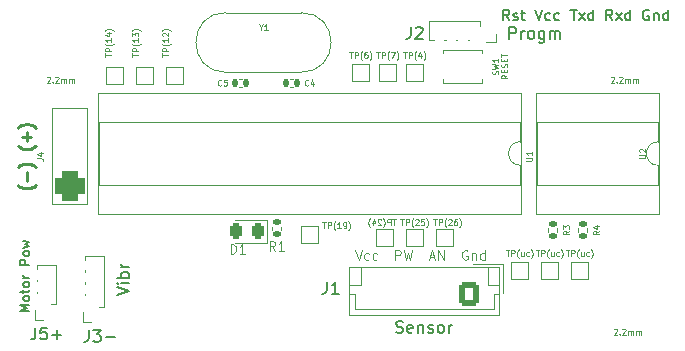
<source format=gbr>
%TF.GenerationSoftware,KiCad,Pcbnew,(6.0.8)*%
%TF.CreationDate,2023-03-24T12:53:59-04:00*%
%TF.ProjectId,Amicro_tst,416d6963-726f-45f7-9473-742e6b696361,rev?*%
%TF.SameCoordinates,Original*%
%TF.FileFunction,Legend,Top*%
%TF.FilePolarity,Positive*%
%FSLAX46Y46*%
G04 Gerber Fmt 4.6, Leading zero omitted, Abs format (unit mm)*
G04 Created by KiCad (PCBNEW (6.0.8)) date 2023-03-24 12:53:59*
%MOMM*%
%LPD*%
G01*
G04 APERTURE LIST*
G04 Aperture macros list*
%AMRoundRect*
0 Rectangle with rounded corners*
0 $1 Rounding radius*
0 $2 $3 $4 $5 $6 $7 $8 $9 X,Y pos of 4 corners*
0 Add a 4 corners polygon primitive as box body*
4,1,4,$2,$3,$4,$5,$6,$7,$8,$9,$2,$3,0*
0 Add four circle primitives for the rounded corners*
1,1,$1+$1,$2,$3*
1,1,$1+$1,$4,$5*
1,1,$1+$1,$6,$7*
1,1,$1+$1,$8,$9*
0 Add four rect primitives between the rounded corners*
20,1,$1+$1,$2,$3,$4,$5,0*
20,1,$1+$1,$4,$5,$6,$7,0*
20,1,$1+$1,$6,$7,$8,$9,0*
20,1,$1+$1,$8,$9,$2,$3,0*%
G04 Aperture macros list end*
%ADD10C,0.125000*%
%ADD11C,0.250000*%
%ADD12C,0.200000*%
%ADD13C,0.100000*%
%ADD14C,0.050000*%
%ADD15C,0.150000*%
%ADD16C,0.120000*%
%ADD17R,1.000000X1.000000*%
%ADD18RoundRect,0.140000X-0.140000X-0.170000X0.140000X-0.170000X0.140000X0.170000X-0.140000X0.170000X0*%
%ADD19C,3.800000*%
%ADD20RoundRect,0.135000X-0.185000X0.135000X-0.185000X-0.135000X0.185000X-0.135000X0.185000X0.135000X0*%
%ADD21R,0.850000X0.850000*%
%ADD22O,0.850000X0.850000*%
%ADD23R,1.600000X1.600000*%
%ADD24O,1.600000X1.600000*%
%ADD25RoundRect,0.250000X0.600000X0.725000X-0.600000X0.725000X-0.600000X-0.725000X0.600000X-0.725000X0*%
%ADD26O,1.700000X1.950000*%
%ADD27R,0.900000X1.700000*%
%ADD28C,0.800000*%
%ADD29C,1.500000*%
%ADD30RoundRect,0.650000X0.650000X-0.650000X0.650000X0.650000X-0.650000X0.650000X-0.650000X-0.650000X0*%
%ADD31C,2.600000*%
%ADD32RoundRect,0.243750X0.243750X0.456250X-0.243750X0.456250X-0.243750X-0.456250X0.243750X-0.456250X0*%
G04 APERTURE END LIST*
D10*
X134354190Y-120897904D02*
X134620857Y-121697904D01*
X134887523Y-120897904D01*
X135497047Y-121659809D02*
X135420857Y-121697904D01*
X135268476Y-121697904D01*
X135192285Y-121659809D01*
X135154190Y-121621714D01*
X135116095Y-121545523D01*
X135116095Y-121316952D01*
X135154190Y-121240761D01*
X135192285Y-121202666D01*
X135268476Y-121164571D01*
X135420857Y-121164571D01*
X135497047Y-121202666D01*
X136182761Y-121659809D02*
X136106571Y-121697904D01*
X135954190Y-121697904D01*
X135878000Y-121659809D01*
X135839904Y-121621714D01*
X135801809Y-121545523D01*
X135801809Y-121316952D01*
X135839904Y-121240761D01*
X135878000Y-121202666D01*
X135954190Y-121164571D01*
X136106571Y-121164571D01*
X136182761Y-121202666D01*
X137744666Y-121697904D02*
X137744666Y-120897904D01*
X138049428Y-120897904D01*
X138125619Y-120936000D01*
X138163714Y-120974095D01*
X138201809Y-121050285D01*
X138201809Y-121164571D01*
X138163714Y-121240761D01*
X138125619Y-121278857D01*
X138049428Y-121316952D01*
X137744666Y-121316952D01*
X138468476Y-120897904D02*
X138658952Y-121697904D01*
X138811333Y-121126476D01*
X138963714Y-121697904D01*
X139154190Y-120897904D01*
X140639904Y-121469333D02*
X141020857Y-121469333D01*
X140563714Y-121697904D02*
X140830380Y-120897904D01*
X141097047Y-121697904D01*
X141363714Y-121697904D02*
X141363714Y-120897904D01*
X141820857Y-121697904D01*
X141820857Y-120897904D01*
X143839904Y-120936000D02*
X143763714Y-120897904D01*
X143649428Y-120897904D01*
X143535142Y-120936000D01*
X143458952Y-121012190D01*
X143420857Y-121088380D01*
X143382761Y-121240761D01*
X143382761Y-121355047D01*
X143420857Y-121507428D01*
X143458952Y-121583619D01*
X143535142Y-121659809D01*
X143649428Y-121697904D01*
X143725619Y-121697904D01*
X143839904Y-121659809D01*
X143878000Y-121621714D01*
X143878000Y-121355047D01*
X143725619Y-121355047D01*
X144220857Y-121164571D02*
X144220857Y-121697904D01*
X144220857Y-121240761D02*
X144258952Y-121202666D01*
X144335142Y-121164571D01*
X144449428Y-121164571D01*
X144525619Y-121202666D01*
X144563714Y-121278857D01*
X144563714Y-121697904D01*
X145287523Y-121697904D02*
X145287523Y-120897904D01*
X145287523Y-121659809D02*
X145211333Y-121697904D01*
X145058952Y-121697904D01*
X144982761Y-121659809D01*
X144944666Y-121621714D01*
X144906571Y-121545523D01*
X144906571Y-121316952D01*
X144944666Y-121240761D01*
X144982761Y-121202666D01*
X145058952Y-121164571D01*
X145211333Y-121164571D01*
X145287523Y-121202666D01*
D11*
X105770666Y-110525428D02*
X105818285Y-110477809D01*
X105961142Y-110382571D01*
X106056380Y-110334952D01*
X106199238Y-110287333D01*
X106437333Y-110239714D01*
X106627809Y-110239714D01*
X106865904Y-110287333D01*
X107008761Y-110334952D01*
X107104000Y-110382571D01*
X107246857Y-110477809D01*
X107294476Y-110525428D01*
X106532571Y-110906380D02*
X106532571Y-111668285D01*
X106151619Y-111287333D02*
X106913523Y-111287333D01*
X105770666Y-112049238D02*
X105818285Y-112096857D01*
X105961142Y-112192095D01*
X106056380Y-112239714D01*
X106199238Y-112287333D01*
X106437333Y-112334952D01*
X106627809Y-112334952D01*
X106865904Y-112287333D01*
X107008761Y-112239714D01*
X107104000Y-112192095D01*
X107246857Y-112096857D01*
X107294476Y-112049238D01*
X105770666Y-113858761D02*
X105818285Y-113811142D01*
X105961142Y-113715904D01*
X106056380Y-113668285D01*
X106199238Y-113620666D01*
X106437333Y-113573047D01*
X106627809Y-113573047D01*
X106865904Y-113620666D01*
X107008761Y-113668285D01*
X107104000Y-113715904D01*
X107246857Y-113811142D01*
X107294476Y-113858761D01*
X106532571Y-114239714D02*
X106532571Y-115001619D01*
X105770666Y-115382571D02*
X105818285Y-115430190D01*
X105961142Y-115525428D01*
X106056380Y-115573047D01*
X106199238Y-115620666D01*
X106437333Y-115668285D01*
X106627809Y-115668285D01*
X106865904Y-115620666D01*
X107008761Y-115573047D01*
X107104000Y-115525428D01*
X107246857Y-115430190D01*
X107294476Y-115382571D01*
D12*
X147376571Y-101423142D02*
X147076571Y-100994571D01*
X146862285Y-101423142D02*
X146862285Y-100523142D01*
X147205142Y-100523142D01*
X147290857Y-100566000D01*
X147333714Y-100608857D01*
X147376571Y-100694571D01*
X147376571Y-100823142D01*
X147333714Y-100908857D01*
X147290857Y-100951714D01*
X147205142Y-100994571D01*
X146862285Y-100994571D01*
X147719428Y-101380285D02*
X147805142Y-101423142D01*
X147976571Y-101423142D01*
X148062285Y-101380285D01*
X148105142Y-101294571D01*
X148105142Y-101251714D01*
X148062285Y-101166000D01*
X147976571Y-101123142D01*
X147848000Y-101123142D01*
X147762285Y-101080285D01*
X147719428Y-100994571D01*
X147719428Y-100951714D01*
X147762285Y-100866000D01*
X147848000Y-100823142D01*
X147976571Y-100823142D01*
X148062285Y-100866000D01*
X148362285Y-100823142D02*
X148705142Y-100823142D01*
X148490857Y-100523142D02*
X148490857Y-101294571D01*
X148533714Y-101380285D01*
X148619428Y-101423142D01*
X148705142Y-101423142D01*
X149562285Y-100523142D02*
X149862285Y-101423142D01*
X150162285Y-100523142D01*
X150848000Y-101380285D02*
X150762285Y-101423142D01*
X150590857Y-101423142D01*
X150505142Y-101380285D01*
X150462285Y-101337428D01*
X150419428Y-101251714D01*
X150419428Y-100994571D01*
X150462285Y-100908857D01*
X150505142Y-100866000D01*
X150590857Y-100823142D01*
X150762285Y-100823142D01*
X150848000Y-100866000D01*
X151619428Y-101380285D02*
X151533714Y-101423142D01*
X151362285Y-101423142D01*
X151276571Y-101380285D01*
X151233714Y-101337428D01*
X151190857Y-101251714D01*
X151190857Y-100994571D01*
X151233714Y-100908857D01*
X151276571Y-100866000D01*
X151362285Y-100823142D01*
X151533714Y-100823142D01*
X151619428Y-100866000D01*
X152562285Y-100523142D02*
X153076571Y-100523142D01*
X152819428Y-101423142D02*
X152819428Y-100523142D01*
X153290857Y-101423142D02*
X153762285Y-100823142D01*
X153290857Y-100823142D02*
X153762285Y-101423142D01*
X154490857Y-101423142D02*
X154490857Y-100523142D01*
X154490857Y-101380285D02*
X154405142Y-101423142D01*
X154233714Y-101423142D01*
X154148000Y-101380285D01*
X154105142Y-101337428D01*
X154062285Y-101251714D01*
X154062285Y-100994571D01*
X154105142Y-100908857D01*
X154148000Y-100866000D01*
X154233714Y-100823142D01*
X154405142Y-100823142D01*
X154490857Y-100866000D01*
X156119428Y-101423142D02*
X155819428Y-100994571D01*
X155605142Y-101423142D02*
X155605142Y-100523142D01*
X155948000Y-100523142D01*
X156033714Y-100566000D01*
X156076571Y-100608857D01*
X156119428Y-100694571D01*
X156119428Y-100823142D01*
X156076571Y-100908857D01*
X156033714Y-100951714D01*
X155948000Y-100994571D01*
X155605142Y-100994571D01*
X156419428Y-101423142D02*
X156890857Y-100823142D01*
X156419428Y-100823142D02*
X156890857Y-101423142D01*
X157619428Y-101423142D02*
X157619428Y-100523142D01*
X157619428Y-101380285D02*
X157533714Y-101423142D01*
X157362285Y-101423142D01*
X157276571Y-101380285D01*
X157233714Y-101337428D01*
X157190857Y-101251714D01*
X157190857Y-100994571D01*
X157233714Y-100908857D01*
X157276571Y-100866000D01*
X157362285Y-100823142D01*
X157533714Y-100823142D01*
X157619428Y-100866000D01*
X159205142Y-100566000D02*
X159119428Y-100523142D01*
X158990857Y-100523142D01*
X158862285Y-100566000D01*
X158776571Y-100651714D01*
X158733714Y-100737428D01*
X158690857Y-100908857D01*
X158690857Y-101037428D01*
X158733714Y-101208857D01*
X158776571Y-101294571D01*
X158862285Y-101380285D01*
X158990857Y-101423142D01*
X159076571Y-101423142D01*
X159205142Y-101380285D01*
X159248000Y-101337428D01*
X159248000Y-101037428D01*
X159076571Y-101037428D01*
X159633714Y-100823142D02*
X159633714Y-101423142D01*
X159633714Y-100908857D02*
X159676571Y-100866000D01*
X159762285Y-100823142D01*
X159890857Y-100823142D01*
X159976571Y-100866000D01*
X160019428Y-100951714D01*
X160019428Y-101423142D01*
X160833714Y-101423142D02*
X160833714Y-100523142D01*
X160833714Y-101380285D02*
X160748000Y-101423142D01*
X160576571Y-101423142D01*
X160490857Y-101380285D01*
X160448000Y-101337428D01*
X160405142Y-101251714D01*
X160405142Y-100994571D01*
X160448000Y-100908857D01*
X160490857Y-100866000D01*
X160576571Y-100823142D01*
X160748000Y-100823142D01*
X160833714Y-100866000D01*
D13*
%TO.C,TP(14)*%
X113188190Y-104504380D02*
X113188190Y-104218666D01*
X113688190Y-104361523D02*
X113188190Y-104361523D01*
X113688190Y-104052000D02*
X113188190Y-104052000D01*
X113188190Y-103861523D01*
X113212000Y-103813904D01*
X113235809Y-103790095D01*
X113283428Y-103766285D01*
X113354857Y-103766285D01*
X113402476Y-103790095D01*
X113426285Y-103813904D01*
X113450095Y-103861523D01*
X113450095Y-104052000D01*
X113878666Y-103409142D02*
X113854857Y-103432952D01*
X113783428Y-103480571D01*
X113735809Y-103504380D01*
X113664380Y-103528190D01*
X113545333Y-103552000D01*
X113450095Y-103552000D01*
X113331047Y-103528190D01*
X113259619Y-103504380D01*
X113212000Y-103480571D01*
X113140571Y-103432952D01*
X113116761Y-103409142D01*
X113688190Y-102956761D02*
X113688190Y-103242476D01*
X113688190Y-103099619D02*
X113188190Y-103099619D01*
X113259619Y-103147238D01*
X113307238Y-103194857D01*
X113331047Y-103242476D01*
X113354857Y-102528190D02*
X113688190Y-102528190D01*
X113164380Y-102647238D02*
X113521523Y-102766285D01*
X113521523Y-102456761D01*
X113878666Y-102313904D02*
X113854857Y-102290095D01*
X113783428Y-102242476D01*
X113735809Y-102218666D01*
X113664380Y-102194857D01*
X113545333Y-102171047D01*
X113450095Y-102171047D01*
X113331047Y-102194857D01*
X113259619Y-102218666D01*
X113212000Y-102242476D01*
X113140571Y-102290095D01*
X113116761Y-102313904D01*
D14*
%TO.C,C4*%
X130368666Y-106909571D02*
X130344857Y-106933380D01*
X130273428Y-106957190D01*
X130225809Y-106957190D01*
X130154380Y-106933380D01*
X130106761Y-106885761D01*
X130082952Y-106838142D01*
X130059142Y-106742904D01*
X130059142Y-106671476D01*
X130082952Y-106576238D01*
X130106761Y-106528619D01*
X130154380Y-106481000D01*
X130225809Y-106457190D01*
X130273428Y-106457190D01*
X130344857Y-106481000D01*
X130368666Y-106504809D01*
X130797238Y-106623857D02*
X130797238Y-106957190D01*
X130678190Y-106433380D02*
X130559142Y-106790523D01*
X130868666Y-106790523D01*
D13*
%TO.C,2.2mm*%
X156237333Y-127586809D02*
X156261142Y-127563000D01*
X156308761Y-127539190D01*
X156427809Y-127539190D01*
X156475428Y-127563000D01*
X156499238Y-127586809D01*
X156523047Y-127634428D01*
X156523047Y-127682047D01*
X156499238Y-127753476D01*
X156213523Y-128039190D01*
X156523047Y-128039190D01*
X156737333Y-127991571D02*
X156761142Y-128015380D01*
X156737333Y-128039190D01*
X156713523Y-128015380D01*
X156737333Y-127991571D01*
X156737333Y-128039190D01*
X156951619Y-127586809D02*
X156975428Y-127563000D01*
X157023047Y-127539190D01*
X157142095Y-127539190D01*
X157189714Y-127563000D01*
X157213523Y-127586809D01*
X157237333Y-127634428D01*
X157237333Y-127682047D01*
X157213523Y-127753476D01*
X156927809Y-128039190D01*
X157237333Y-128039190D01*
X157451619Y-128039190D02*
X157451619Y-127705857D01*
X157451619Y-127753476D02*
X157475428Y-127729666D01*
X157523047Y-127705857D01*
X157594476Y-127705857D01*
X157642095Y-127729666D01*
X157665904Y-127777285D01*
X157665904Y-128039190D01*
X157665904Y-127777285D02*
X157689714Y-127729666D01*
X157737333Y-127705857D01*
X157808761Y-127705857D01*
X157856380Y-127729666D01*
X157880190Y-127777285D01*
X157880190Y-128039190D01*
X158118285Y-128039190D02*
X158118285Y-127705857D01*
X158118285Y-127753476D02*
X158142095Y-127729666D01*
X158189714Y-127705857D01*
X158261142Y-127705857D01*
X158308761Y-127729666D01*
X158332571Y-127777285D01*
X158332571Y-128039190D01*
X158332571Y-127777285D02*
X158356380Y-127729666D01*
X158404000Y-127705857D01*
X158475428Y-127705857D01*
X158523047Y-127729666D01*
X158546857Y-127777285D01*
X158546857Y-128039190D01*
D14*
%TO.C,R3*%
X152450190Y-119260333D02*
X152212095Y-119427000D01*
X152450190Y-119546047D02*
X151950190Y-119546047D01*
X151950190Y-119355571D01*
X151974000Y-119307952D01*
X151997809Y-119284142D01*
X152045428Y-119260333D01*
X152116857Y-119260333D01*
X152164476Y-119284142D01*
X152188285Y-119307952D01*
X152212095Y-119355571D01*
X152212095Y-119546047D01*
X151950190Y-119093666D02*
X151950190Y-118784142D01*
X152140666Y-118950809D01*
X152140666Y-118879380D01*
X152164476Y-118831761D01*
X152188285Y-118807952D01*
X152235904Y-118784142D01*
X152354952Y-118784142D01*
X152402571Y-118807952D01*
X152426380Y-118831761D01*
X152450190Y-118879380D01*
X152450190Y-119022238D01*
X152426380Y-119069857D01*
X152402571Y-119093666D01*
D13*
%TO.C,TP(6)*%
X133833714Y-104120190D02*
X134119428Y-104120190D01*
X133976571Y-104620190D02*
X133976571Y-104120190D01*
X134286095Y-104620190D02*
X134286095Y-104120190D01*
X134476571Y-104120190D01*
X134524190Y-104144000D01*
X134548000Y-104167809D01*
X134571809Y-104215428D01*
X134571809Y-104286857D01*
X134548000Y-104334476D01*
X134524190Y-104358285D01*
X134476571Y-104382095D01*
X134286095Y-104382095D01*
X134928952Y-104810666D02*
X134905142Y-104786857D01*
X134857523Y-104715428D01*
X134833714Y-104667809D01*
X134809904Y-104596380D01*
X134786095Y-104477333D01*
X134786095Y-104382095D01*
X134809904Y-104263047D01*
X134833714Y-104191619D01*
X134857523Y-104144000D01*
X134905142Y-104072571D01*
X134928952Y-104048761D01*
X135333714Y-104120190D02*
X135238476Y-104120190D01*
X135190857Y-104144000D01*
X135167047Y-104167809D01*
X135119428Y-104239238D01*
X135095619Y-104334476D01*
X135095619Y-104524952D01*
X135119428Y-104572571D01*
X135143238Y-104596380D01*
X135190857Y-104620190D01*
X135286095Y-104620190D01*
X135333714Y-104596380D01*
X135357523Y-104572571D01*
X135381333Y-104524952D01*
X135381333Y-104405904D01*
X135357523Y-104358285D01*
X135333714Y-104334476D01*
X135286095Y-104310666D01*
X135190857Y-104310666D01*
X135143238Y-104334476D01*
X135119428Y-104358285D01*
X135095619Y-104405904D01*
X135548000Y-104810666D02*
X135571809Y-104786857D01*
X135619428Y-104715428D01*
X135643238Y-104667809D01*
X135667047Y-104596380D01*
X135690857Y-104477333D01*
X135690857Y-104382095D01*
X135667047Y-104263047D01*
X135643238Y-104191619D01*
X135619428Y-104144000D01*
X135571809Y-104072571D01*
X135548000Y-104048761D01*
%TO.C,TP(26)*%
X140961619Y-118268190D02*
X141247333Y-118268190D01*
X141104476Y-118768190D02*
X141104476Y-118268190D01*
X141414000Y-118768190D02*
X141414000Y-118268190D01*
X141604476Y-118268190D01*
X141652095Y-118292000D01*
X141675904Y-118315809D01*
X141699714Y-118363428D01*
X141699714Y-118434857D01*
X141675904Y-118482476D01*
X141652095Y-118506285D01*
X141604476Y-118530095D01*
X141414000Y-118530095D01*
X142056857Y-118958666D02*
X142033047Y-118934857D01*
X141985428Y-118863428D01*
X141961619Y-118815809D01*
X141937809Y-118744380D01*
X141914000Y-118625333D01*
X141914000Y-118530095D01*
X141937809Y-118411047D01*
X141961619Y-118339619D01*
X141985428Y-118292000D01*
X142033047Y-118220571D01*
X142056857Y-118196761D01*
X142223523Y-118315809D02*
X142247333Y-118292000D01*
X142294952Y-118268190D01*
X142414000Y-118268190D01*
X142461619Y-118292000D01*
X142485428Y-118315809D01*
X142509238Y-118363428D01*
X142509238Y-118411047D01*
X142485428Y-118482476D01*
X142199714Y-118768190D01*
X142509238Y-118768190D01*
X142937809Y-118268190D02*
X142842571Y-118268190D01*
X142794952Y-118292000D01*
X142771142Y-118315809D01*
X142723523Y-118387238D01*
X142699714Y-118482476D01*
X142699714Y-118672952D01*
X142723523Y-118720571D01*
X142747333Y-118744380D01*
X142794952Y-118768190D01*
X142890190Y-118768190D01*
X142937809Y-118744380D01*
X142961619Y-118720571D01*
X142985428Y-118672952D01*
X142985428Y-118553904D01*
X142961619Y-118506285D01*
X142937809Y-118482476D01*
X142890190Y-118458666D01*
X142794952Y-118458666D01*
X142747333Y-118482476D01*
X142723523Y-118506285D01*
X142699714Y-118553904D01*
X143152095Y-118958666D02*
X143175904Y-118934857D01*
X143223523Y-118863428D01*
X143247333Y-118815809D01*
X143271142Y-118744380D01*
X143294952Y-118625333D01*
X143294952Y-118530095D01*
X143271142Y-118411047D01*
X143247333Y-118339619D01*
X143223523Y-118292000D01*
X143175904Y-118220571D01*
X143152095Y-118196761D01*
D15*
%TO.C,J5+*%
X107247619Y-127441880D02*
X107247619Y-128156166D01*
X107200000Y-128299023D01*
X107104761Y-128394261D01*
X106961904Y-128441880D01*
X106866666Y-128441880D01*
X108200000Y-127441880D02*
X107723809Y-127441880D01*
X107676190Y-127918071D01*
X107723809Y-127870452D01*
X107819047Y-127822833D01*
X108057142Y-127822833D01*
X108152380Y-127870452D01*
X108200000Y-127918071D01*
X108247619Y-128013309D01*
X108247619Y-128251404D01*
X108200000Y-128346642D01*
X108152380Y-128394261D01*
X108057142Y-128441880D01*
X107819047Y-128441880D01*
X107723809Y-128394261D01*
X107676190Y-128346642D01*
X108676190Y-128060928D02*
X109438095Y-128060928D01*
X109057142Y-128441880D02*
X109057142Y-127679976D01*
X106747904Y-126066380D02*
X105947904Y-126066380D01*
X106519333Y-125799714D01*
X105947904Y-125533047D01*
X106747904Y-125533047D01*
X106747904Y-125037809D02*
X106709809Y-125114000D01*
X106671714Y-125152095D01*
X106595523Y-125190190D01*
X106366952Y-125190190D01*
X106290761Y-125152095D01*
X106252666Y-125114000D01*
X106214571Y-125037809D01*
X106214571Y-124923523D01*
X106252666Y-124847333D01*
X106290761Y-124809238D01*
X106366952Y-124771142D01*
X106595523Y-124771142D01*
X106671714Y-124809238D01*
X106709809Y-124847333D01*
X106747904Y-124923523D01*
X106747904Y-125037809D01*
X106214571Y-124542571D02*
X106214571Y-124237809D01*
X105947904Y-124428285D02*
X106633619Y-124428285D01*
X106709809Y-124390190D01*
X106747904Y-124314000D01*
X106747904Y-124237809D01*
X106747904Y-123856857D02*
X106709809Y-123933047D01*
X106671714Y-123971142D01*
X106595523Y-124009238D01*
X106366952Y-124009238D01*
X106290761Y-123971142D01*
X106252666Y-123933047D01*
X106214571Y-123856857D01*
X106214571Y-123742571D01*
X106252666Y-123666380D01*
X106290761Y-123628285D01*
X106366952Y-123590190D01*
X106595523Y-123590190D01*
X106671714Y-123628285D01*
X106709809Y-123666380D01*
X106747904Y-123742571D01*
X106747904Y-123856857D01*
X106747904Y-123247333D02*
X106214571Y-123247333D01*
X106366952Y-123247333D02*
X106290761Y-123209238D01*
X106252666Y-123171142D01*
X106214571Y-123094952D01*
X106214571Y-123018761D01*
X106747904Y-122142571D02*
X105947904Y-122142571D01*
X105947904Y-121837809D01*
X105986000Y-121761619D01*
X106024095Y-121723523D01*
X106100285Y-121685428D01*
X106214571Y-121685428D01*
X106290761Y-121723523D01*
X106328857Y-121761619D01*
X106366952Y-121837809D01*
X106366952Y-122142571D01*
X106747904Y-121228285D02*
X106709809Y-121304476D01*
X106671714Y-121342571D01*
X106595523Y-121380666D01*
X106366952Y-121380666D01*
X106290761Y-121342571D01*
X106252666Y-121304476D01*
X106214571Y-121228285D01*
X106214571Y-121114000D01*
X106252666Y-121037809D01*
X106290761Y-120999714D01*
X106366952Y-120961619D01*
X106595523Y-120961619D01*
X106671714Y-120999714D01*
X106709809Y-121037809D01*
X106747904Y-121114000D01*
X106747904Y-121228285D01*
X106214571Y-120694952D02*
X106747904Y-120542571D01*
X106366952Y-120390190D01*
X106747904Y-120237809D01*
X106214571Y-120085428D01*
D14*
%TO.C,U2*%
X158400190Y-113090952D02*
X158804952Y-113090952D01*
X158852571Y-113067142D01*
X158876380Y-113043333D01*
X158900190Y-112995714D01*
X158900190Y-112900476D01*
X158876380Y-112852857D01*
X158852571Y-112829047D01*
X158804952Y-112805238D01*
X158400190Y-112805238D01*
X158447809Y-112590952D02*
X158424000Y-112567142D01*
X158400190Y-112519523D01*
X158400190Y-112400476D01*
X158424000Y-112352857D01*
X158447809Y-112329047D01*
X158495428Y-112305238D01*
X158543047Y-112305238D01*
X158614476Y-112329047D01*
X158900190Y-112614761D01*
X158900190Y-112305238D01*
%TO.C,C5*%
X123002666Y-106909571D02*
X122978857Y-106933380D01*
X122907428Y-106957190D01*
X122859809Y-106957190D01*
X122788380Y-106933380D01*
X122740761Y-106885761D01*
X122716952Y-106838142D01*
X122693142Y-106742904D01*
X122693142Y-106671476D01*
X122716952Y-106576238D01*
X122740761Y-106528619D01*
X122788380Y-106481000D01*
X122859809Y-106457190D01*
X122907428Y-106457190D01*
X122978857Y-106481000D01*
X123002666Y-106504809D01*
X123455047Y-106457190D02*
X123216952Y-106457190D01*
X123193142Y-106695285D01*
X123216952Y-106671476D01*
X123264571Y-106647666D01*
X123383619Y-106647666D01*
X123431238Y-106671476D01*
X123455047Y-106695285D01*
X123478857Y-106742904D01*
X123478857Y-106861952D01*
X123455047Y-106909571D01*
X123431238Y-106933380D01*
X123383619Y-106957190D01*
X123264571Y-106957190D01*
X123216952Y-106933380D01*
X123193142Y-106909571D01*
D10*
%TO.C,2.2mm*%
X155983333Y-106250809D02*
X156007142Y-106227000D01*
X156054761Y-106203190D01*
X156173809Y-106203190D01*
X156221428Y-106227000D01*
X156245238Y-106250809D01*
X156269047Y-106298428D01*
X156269047Y-106346047D01*
X156245238Y-106417476D01*
X155959523Y-106703190D01*
X156269047Y-106703190D01*
X156483333Y-106655571D02*
X156507142Y-106679380D01*
X156483333Y-106703190D01*
X156459523Y-106679380D01*
X156483333Y-106655571D01*
X156483333Y-106703190D01*
X156697619Y-106250809D02*
X156721428Y-106227000D01*
X156769047Y-106203190D01*
X156888095Y-106203190D01*
X156935714Y-106227000D01*
X156959523Y-106250809D01*
X156983333Y-106298428D01*
X156983333Y-106346047D01*
X156959523Y-106417476D01*
X156673809Y-106703190D01*
X156983333Y-106703190D01*
X157197619Y-106703190D02*
X157197619Y-106369857D01*
X157197619Y-106417476D02*
X157221428Y-106393666D01*
X157269047Y-106369857D01*
X157340476Y-106369857D01*
X157388095Y-106393666D01*
X157411904Y-106441285D01*
X157411904Y-106703190D01*
X157411904Y-106441285D02*
X157435714Y-106393666D01*
X157483333Y-106369857D01*
X157554761Y-106369857D01*
X157602380Y-106393666D01*
X157626190Y-106441285D01*
X157626190Y-106703190D01*
X157864285Y-106703190D02*
X157864285Y-106369857D01*
X157864285Y-106417476D02*
X157888095Y-106393666D01*
X157935714Y-106369857D01*
X158007142Y-106369857D01*
X158054761Y-106393666D01*
X158078571Y-106441285D01*
X158078571Y-106703190D01*
X158078571Y-106441285D02*
X158102380Y-106393666D01*
X158150000Y-106369857D01*
X158221428Y-106369857D01*
X158269047Y-106393666D01*
X158292857Y-106441285D01*
X158292857Y-106703190D01*
D15*
%TO.C,J3-*%
X111783619Y-127646380D02*
X111783619Y-128360666D01*
X111736000Y-128503523D01*
X111640761Y-128598761D01*
X111497904Y-128646380D01*
X111402666Y-128646380D01*
X112164571Y-127646380D02*
X112783619Y-127646380D01*
X112450285Y-128027333D01*
X112593142Y-128027333D01*
X112688380Y-128074952D01*
X112736000Y-128122571D01*
X112783619Y-128217809D01*
X112783619Y-128455904D01*
X112736000Y-128551142D01*
X112688380Y-128598761D01*
X112593142Y-128646380D01*
X112307428Y-128646380D01*
X112212190Y-128598761D01*
X112164571Y-128551142D01*
X113212190Y-128265428D02*
X113974095Y-128265428D01*
X114184380Y-124701333D02*
X115184380Y-124368000D01*
X114184380Y-124034666D01*
X115184380Y-123701333D02*
X114517714Y-123701333D01*
X114184380Y-123701333D02*
X114232000Y-123748952D01*
X114279619Y-123701333D01*
X114232000Y-123653714D01*
X114184380Y-123701333D01*
X114279619Y-123701333D01*
X115184380Y-123225142D02*
X114184380Y-123225142D01*
X114565333Y-123225142D02*
X114517714Y-123129904D01*
X114517714Y-122939428D01*
X114565333Y-122844190D01*
X114612952Y-122796571D01*
X114708190Y-122748952D01*
X114993904Y-122748952D01*
X115089142Y-122796571D01*
X115136761Y-122844190D01*
X115184380Y-122939428D01*
X115184380Y-123129904D01*
X115136761Y-123225142D01*
X115184380Y-122320380D02*
X114517714Y-122320380D01*
X114708190Y-122320380D02*
X114612952Y-122272761D01*
X114565333Y-122225142D01*
X114517714Y-122129904D01*
X114517714Y-122034666D01*
D13*
%TO.C,TP(uc)*%
X147093333Y-120884190D02*
X147379047Y-120884190D01*
X147236190Y-121384190D02*
X147236190Y-120884190D01*
X147545714Y-121384190D02*
X147545714Y-120884190D01*
X147736190Y-120884190D01*
X147783809Y-120908000D01*
X147807619Y-120931809D01*
X147831428Y-120979428D01*
X147831428Y-121050857D01*
X147807619Y-121098476D01*
X147783809Y-121122285D01*
X147736190Y-121146095D01*
X147545714Y-121146095D01*
X148188571Y-121574666D02*
X148164761Y-121550857D01*
X148117142Y-121479428D01*
X148093333Y-121431809D01*
X148069523Y-121360380D01*
X148045714Y-121241333D01*
X148045714Y-121146095D01*
X148069523Y-121027047D01*
X148093333Y-120955619D01*
X148117142Y-120908000D01*
X148164761Y-120836571D01*
X148188571Y-120812761D01*
X148593333Y-121050857D02*
X148593333Y-121384190D01*
X148379047Y-121050857D02*
X148379047Y-121312761D01*
X148402857Y-121360380D01*
X148450476Y-121384190D01*
X148521904Y-121384190D01*
X148569523Y-121360380D01*
X148593333Y-121336571D01*
X149045714Y-121360380D02*
X148998095Y-121384190D01*
X148902857Y-121384190D01*
X148855238Y-121360380D01*
X148831428Y-121336571D01*
X148807619Y-121288952D01*
X148807619Y-121146095D01*
X148831428Y-121098476D01*
X148855238Y-121074666D01*
X148902857Y-121050857D01*
X148998095Y-121050857D01*
X149045714Y-121074666D01*
X149212380Y-121574666D02*
X149236190Y-121550857D01*
X149283809Y-121479428D01*
X149307619Y-121431809D01*
X149331428Y-121360380D01*
X149355238Y-121241333D01*
X149355238Y-121146095D01*
X149331428Y-121027047D01*
X149307619Y-120955619D01*
X149283809Y-120908000D01*
X149236190Y-120836571D01*
X149212380Y-120812761D01*
D15*
%TO.C,J1*%
X131924666Y-123582380D02*
X131924666Y-124296666D01*
X131877047Y-124439523D01*
X131781809Y-124534761D01*
X131638952Y-124582380D01*
X131543714Y-124582380D01*
X132924666Y-124582380D02*
X132353238Y-124582380D01*
X132638952Y-124582380D02*
X132638952Y-123582380D01*
X132543714Y-123725238D01*
X132448476Y-123820476D01*
X132353238Y-123868095D01*
X137798666Y-127836761D02*
X137941523Y-127884380D01*
X138179619Y-127884380D01*
X138274857Y-127836761D01*
X138322476Y-127789142D01*
X138370095Y-127693904D01*
X138370095Y-127598666D01*
X138322476Y-127503428D01*
X138274857Y-127455809D01*
X138179619Y-127408190D01*
X137989142Y-127360571D01*
X137893904Y-127312952D01*
X137846285Y-127265333D01*
X137798666Y-127170095D01*
X137798666Y-127074857D01*
X137846285Y-126979619D01*
X137893904Y-126932000D01*
X137989142Y-126884380D01*
X138227238Y-126884380D01*
X138370095Y-126932000D01*
X139179619Y-127836761D02*
X139084380Y-127884380D01*
X138893904Y-127884380D01*
X138798666Y-127836761D01*
X138751047Y-127741523D01*
X138751047Y-127360571D01*
X138798666Y-127265333D01*
X138893904Y-127217714D01*
X139084380Y-127217714D01*
X139179619Y-127265333D01*
X139227238Y-127360571D01*
X139227238Y-127455809D01*
X138751047Y-127551047D01*
X139655809Y-127217714D02*
X139655809Y-127884380D01*
X139655809Y-127312952D02*
X139703428Y-127265333D01*
X139798666Y-127217714D01*
X139941523Y-127217714D01*
X140036761Y-127265333D01*
X140084380Y-127360571D01*
X140084380Y-127884380D01*
X140512952Y-127836761D02*
X140608190Y-127884380D01*
X140798666Y-127884380D01*
X140893904Y-127836761D01*
X140941523Y-127741523D01*
X140941523Y-127693904D01*
X140893904Y-127598666D01*
X140798666Y-127551047D01*
X140655809Y-127551047D01*
X140560571Y-127503428D01*
X140512952Y-127408190D01*
X140512952Y-127360571D01*
X140560571Y-127265333D01*
X140655809Y-127217714D01*
X140798666Y-127217714D01*
X140893904Y-127265333D01*
X141512952Y-127884380D02*
X141417714Y-127836761D01*
X141370095Y-127789142D01*
X141322476Y-127693904D01*
X141322476Y-127408190D01*
X141370095Y-127312952D01*
X141417714Y-127265333D01*
X141512952Y-127217714D01*
X141655809Y-127217714D01*
X141751047Y-127265333D01*
X141798666Y-127312952D01*
X141846285Y-127408190D01*
X141846285Y-127693904D01*
X141798666Y-127789142D01*
X141751047Y-127836761D01*
X141655809Y-127884380D01*
X141512952Y-127884380D01*
X142274857Y-127884380D02*
X142274857Y-127217714D01*
X142274857Y-127408190D02*
X142322476Y-127312952D01*
X142370095Y-127265333D01*
X142465333Y-127217714D01*
X142560571Y-127217714D01*
D10*
%TO.C,R1*%
X127552666Y-120935904D02*
X127286000Y-120554952D01*
X127095523Y-120935904D02*
X127095523Y-120135904D01*
X127400285Y-120135904D01*
X127476476Y-120174000D01*
X127514571Y-120212095D01*
X127552666Y-120288285D01*
X127552666Y-120402571D01*
X127514571Y-120478761D01*
X127476476Y-120516857D01*
X127400285Y-120554952D01*
X127095523Y-120554952D01*
X128314571Y-120935904D02*
X127857428Y-120935904D01*
X128086000Y-120935904D02*
X128086000Y-120135904D01*
X128009809Y-120250190D01*
X127933619Y-120326380D01*
X127857428Y-120364476D01*
D13*
%TO.C,TP(uc)*%
X149633333Y-120884190D02*
X149919047Y-120884190D01*
X149776190Y-121384190D02*
X149776190Y-120884190D01*
X150085714Y-121384190D02*
X150085714Y-120884190D01*
X150276190Y-120884190D01*
X150323809Y-120908000D01*
X150347619Y-120931809D01*
X150371428Y-120979428D01*
X150371428Y-121050857D01*
X150347619Y-121098476D01*
X150323809Y-121122285D01*
X150276190Y-121146095D01*
X150085714Y-121146095D01*
X150728571Y-121574666D02*
X150704761Y-121550857D01*
X150657142Y-121479428D01*
X150633333Y-121431809D01*
X150609523Y-121360380D01*
X150585714Y-121241333D01*
X150585714Y-121146095D01*
X150609523Y-121027047D01*
X150633333Y-120955619D01*
X150657142Y-120908000D01*
X150704761Y-120836571D01*
X150728571Y-120812761D01*
X151133333Y-121050857D02*
X151133333Y-121384190D01*
X150919047Y-121050857D02*
X150919047Y-121312761D01*
X150942857Y-121360380D01*
X150990476Y-121384190D01*
X151061904Y-121384190D01*
X151109523Y-121360380D01*
X151133333Y-121336571D01*
X151585714Y-121360380D02*
X151538095Y-121384190D01*
X151442857Y-121384190D01*
X151395238Y-121360380D01*
X151371428Y-121336571D01*
X151347619Y-121288952D01*
X151347619Y-121146095D01*
X151371428Y-121098476D01*
X151395238Y-121074666D01*
X151442857Y-121050857D01*
X151538095Y-121050857D01*
X151585714Y-121074666D01*
X151752380Y-121574666D02*
X151776190Y-121550857D01*
X151823809Y-121479428D01*
X151847619Y-121431809D01*
X151871428Y-121360380D01*
X151895238Y-121241333D01*
X151895238Y-121146095D01*
X151871428Y-121027047D01*
X151847619Y-120955619D01*
X151823809Y-120908000D01*
X151776190Y-120836571D01*
X151752380Y-120812761D01*
%TO.C,TP(12)*%
X118014190Y-104504380D02*
X118014190Y-104218666D01*
X118514190Y-104361523D02*
X118014190Y-104361523D01*
X118514190Y-104052000D02*
X118014190Y-104052000D01*
X118014190Y-103861523D01*
X118038000Y-103813904D01*
X118061809Y-103790095D01*
X118109428Y-103766285D01*
X118180857Y-103766285D01*
X118228476Y-103790095D01*
X118252285Y-103813904D01*
X118276095Y-103861523D01*
X118276095Y-104052000D01*
X118704666Y-103409142D02*
X118680857Y-103432952D01*
X118609428Y-103480571D01*
X118561809Y-103504380D01*
X118490380Y-103528190D01*
X118371333Y-103552000D01*
X118276095Y-103552000D01*
X118157047Y-103528190D01*
X118085619Y-103504380D01*
X118038000Y-103480571D01*
X117966571Y-103432952D01*
X117942761Y-103409142D01*
X118514190Y-102956761D02*
X118514190Y-103242476D01*
X118514190Y-103099619D02*
X118014190Y-103099619D01*
X118085619Y-103147238D01*
X118133238Y-103194857D01*
X118157047Y-103242476D01*
X118061809Y-102766285D02*
X118038000Y-102742476D01*
X118014190Y-102694857D01*
X118014190Y-102575809D01*
X118038000Y-102528190D01*
X118061809Y-102504380D01*
X118109428Y-102480571D01*
X118157047Y-102480571D01*
X118228476Y-102504380D01*
X118514190Y-102790095D01*
X118514190Y-102480571D01*
X118704666Y-102313904D02*
X118680857Y-102290095D01*
X118609428Y-102242476D01*
X118561809Y-102218666D01*
X118490380Y-102194857D01*
X118371333Y-102171047D01*
X118276095Y-102171047D01*
X118157047Y-102194857D01*
X118085619Y-102218666D01*
X118038000Y-102242476D01*
X117966571Y-102290095D01*
X117942761Y-102313904D01*
%TO.C,TP(19)*%
X131563619Y-118522190D02*
X131849333Y-118522190D01*
X131706476Y-119022190D02*
X131706476Y-118522190D01*
X132016000Y-119022190D02*
X132016000Y-118522190D01*
X132206476Y-118522190D01*
X132254095Y-118546000D01*
X132277904Y-118569809D01*
X132301714Y-118617428D01*
X132301714Y-118688857D01*
X132277904Y-118736476D01*
X132254095Y-118760285D01*
X132206476Y-118784095D01*
X132016000Y-118784095D01*
X132658857Y-119212666D02*
X132635047Y-119188857D01*
X132587428Y-119117428D01*
X132563619Y-119069809D01*
X132539809Y-118998380D01*
X132516000Y-118879333D01*
X132516000Y-118784095D01*
X132539809Y-118665047D01*
X132563619Y-118593619D01*
X132587428Y-118546000D01*
X132635047Y-118474571D01*
X132658857Y-118450761D01*
X133111238Y-119022190D02*
X132825523Y-119022190D01*
X132968380Y-119022190D02*
X132968380Y-118522190D01*
X132920761Y-118593619D01*
X132873142Y-118641238D01*
X132825523Y-118665047D01*
X133349333Y-119022190D02*
X133444571Y-119022190D01*
X133492190Y-118998380D01*
X133516000Y-118974571D01*
X133563619Y-118903142D01*
X133587428Y-118807904D01*
X133587428Y-118617428D01*
X133563619Y-118569809D01*
X133539809Y-118546000D01*
X133492190Y-118522190D01*
X133396952Y-118522190D01*
X133349333Y-118546000D01*
X133325523Y-118569809D01*
X133301714Y-118617428D01*
X133301714Y-118736476D01*
X133325523Y-118784095D01*
X133349333Y-118807904D01*
X133396952Y-118831714D01*
X133492190Y-118831714D01*
X133539809Y-118807904D01*
X133563619Y-118784095D01*
X133587428Y-118736476D01*
X133754095Y-119212666D02*
X133777904Y-119188857D01*
X133825523Y-119117428D01*
X133849333Y-119069809D01*
X133873142Y-118998380D01*
X133896952Y-118879333D01*
X133896952Y-118784095D01*
X133873142Y-118665047D01*
X133849333Y-118593619D01*
X133825523Y-118546000D01*
X133777904Y-118474571D01*
X133754095Y-118450761D01*
%TO.C,SW1*%
X146430380Y-106000666D02*
X146454190Y-105929238D01*
X146454190Y-105810190D01*
X146430380Y-105762571D01*
X146406571Y-105738761D01*
X146358952Y-105714952D01*
X146311333Y-105714952D01*
X146263714Y-105738761D01*
X146239904Y-105762571D01*
X146216095Y-105810190D01*
X146192285Y-105905428D01*
X146168476Y-105953047D01*
X146144666Y-105976857D01*
X146097047Y-106000666D01*
X146049428Y-106000666D01*
X146001809Y-105976857D01*
X145978000Y-105953047D01*
X145954190Y-105905428D01*
X145954190Y-105786380D01*
X145978000Y-105714952D01*
X145954190Y-105548285D02*
X146454190Y-105429238D01*
X146097047Y-105334000D01*
X146454190Y-105238761D01*
X145954190Y-105119714D01*
X146454190Y-104667333D02*
X146454190Y-104953047D01*
X146454190Y-104810190D02*
X145954190Y-104810190D01*
X146025619Y-104857809D01*
X146073238Y-104905428D01*
X146097047Y-104953047D01*
D10*
X147216190Y-106060190D02*
X146978095Y-106226857D01*
X147216190Y-106345904D02*
X146716190Y-106345904D01*
X146716190Y-106155428D01*
X146740000Y-106107809D01*
X146763809Y-106084000D01*
X146811428Y-106060190D01*
X146882857Y-106060190D01*
X146930476Y-106084000D01*
X146954285Y-106107809D01*
X146978095Y-106155428D01*
X146978095Y-106345904D01*
X146954285Y-105845904D02*
X146954285Y-105679238D01*
X147216190Y-105607809D02*
X147216190Y-105845904D01*
X146716190Y-105845904D01*
X146716190Y-105607809D01*
X147192380Y-105417333D02*
X147216190Y-105345904D01*
X147216190Y-105226857D01*
X147192380Y-105179238D01*
X147168571Y-105155428D01*
X147120952Y-105131619D01*
X147073333Y-105131619D01*
X147025714Y-105155428D01*
X147001904Y-105179238D01*
X146978095Y-105226857D01*
X146954285Y-105322095D01*
X146930476Y-105369714D01*
X146906666Y-105393523D01*
X146859047Y-105417333D01*
X146811428Y-105417333D01*
X146763809Y-105393523D01*
X146740000Y-105369714D01*
X146716190Y-105322095D01*
X146716190Y-105203047D01*
X146740000Y-105131619D01*
X146954285Y-104917333D02*
X146954285Y-104750666D01*
X147216190Y-104679238D02*
X147216190Y-104917333D01*
X146716190Y-104917333D01*
X146716190Y-104679238D01*
X146716190Y-104536380D02*
X146716190Y-104250666D01*
X147216190Y-104393523D02*
X146716190Y-104393523D01*
D13*
%TO.C,TP(4)*%
X138405714Y-104120190D02*
X138691428Y-104120190D01*
X138548571Y-104620190D02*
X138548571Y-104120190D01*
X138858095Y-104620190D02*
X138858095Y-104120190D01*
X139048571Y-104120190D01*
X139096190Y-104144000D01*
X139120000Y-104167809D01*
X139143809Y-104215428D01*
X139143809Y-104286857D01*
X139120000Y-104334476D01*
X139096190Y-104358285D01*
X139048571Y-104382095D01*
X138858095Y-104382095D01*
X139500952Y-104810666D02*
X139477142Y-104786857D01*
X139429523Y-104715428D01*
X139405714Y-104667809D01*
X139381904Y-104596380D01*
X139358095Y-104477333D01*
X139358095Y-104382095D01*
X139381904Y-104263047D01*
X139405714Y-104191619D01*
X139429523Y-104144000D01*
X139477142Y-104072571D01*
X139500952Y-104048761D01*
X139905714Y-104286857D02*
X139905714Y-104620190D01*
X139786666Y-104096380D02*
X139667619Y-104453523D01*
X139977142Y-104453523D01*
X140120000Y-104810666D02*
X140143809Y-104786857D01*
X140191428Y-104715428D01*
X140215238Y-104667809D01*
X140239047Y-104596380D01*
X140262857Y-104477333D01*
X140262857Y-104382095D01*
X140239047Y-104263047D01*
X140215238Y-104191619D01*
X140191428Y-104144000D01*
X140143809Y-104072571D01*
X140120000Y-104048761D01*
%TO.C,TP(24)*%
X137778380Y-118268190D02*
X137492666Y-118268190D01*
X137635523Y-118768190D02*
X137635523Y-118268190D01*
X137326000Y-118768190D02*
X137326000Y-118268190D01*
X137135523Y-118268190D01*
X137087904Y-118292000D01*
X137064095Y-118315809D01*
X137040285Y-118363428D01*
X137040285Y-118434857D01*
X137064095Y-118482476D01*
X137087904Y-118506285D01*
X137135523Y-118530095D01*
X137326000Y-118530095D01*
X136683142Y-118958666D02*
X136706952Y-118934857D01*
X136754571Y-118863428D01*
X136778380Y-118815809D01*
X136802190Y-118744380D01*
X136826000Y-118625333D01*
X136826000Y-118530095D01*
X136802190Y-118411047D01*
X136778380Y-118339619D01*
X136754571Y-118292000D01*
X136706952Y-118220571D01*
X136683142Y-118196761D01*
X136516476Y-118315809D02*
X136492666Y-118292000D01*
X136445047Y-118268190D01*
X136326000Y-118268190D01*
X136278380Y-118292000D01*
X136254571Y-118315809D01*
X136230761Y-118363428D01*
X136230761Y-118411047D01*
X136254571Y-118482476D01*
X136540285Y-118768190D01*
X136230761Y-118768190D01*
X135802190Y-118434857D02*
X135802190Y-118768190D01*
X135921238Y-118244380D02*
X136040285Y-118601523D01*
X135730761Y-118601523D01*
X135587904Y-118958666D02*
X135564095Y-118934857D01*
X135516476Y-118863428D01*
X135492666Y-118815809D01*
X135468857Y-118744380D01*
X135445047Y-118625333D01*
X135445047Y-118530095D01*
X135468857Y-118411047D01*
X135492666Y-118339619D01*
X135516476Y-118292000D01*
X135564095Y-118220571D01*
X135587904Y-118196761D01*
%TO.C,TP(25)*%
X138167619Y-118268190D02*
X138453333Y-118268190D01*
X138310476Y-118768190D02*
X138310476Y-118268190D01*
X138620000Y-118768190D02*
X138620000Y-118268190D01*
X138810476Y-118268190D01*
X138858095Y-118292000D01*
X138881904Y-118315809D01*
X138905714Y-118363428D01*
X138905714Y-118434857D01*
X138881904Y-118482476D01*
X138858095Y-118506285D01*
X138810476Y-118530095D01*
X138620000Y-118530095D01*
X139262857Y-118958666D02*
X139239047Y-118934857D01*
X139191428Y-118863428D01*
X139167619Y-118815809D01*
X139143809Y-118744380D01*
X139120000Y-118625333D01*
X139120000Y-118530095D01*
X139143809Y-118411047D01*
X139167619Y-118339619D01*
X139191428Y-118292000D01*
X139239047Y-118220571D01*
X139262857Y-118196761D01*
X139429523Y-118315809D02*
X139453333Y-118292000D01*
X139500952Y-118268190D01*
X139620000Y-118268190D01*
X139667619Y-118292000D01*
X139691428Y-118315809D01*
X139715238Y-118363428D01*
X139715238Y-118411047D01*
X139691428Y-118482476D01*
X139405714Y-118768190D01*
X139715238Y-118768190D01*
X140167619Y-118268190D02*
X139929523Y-118268190D01*
X139905714Y-118506285D01*
X139929523Y-118482476D01*
X139977142Y-118458666D01*
X140096190Y-118458666D01*
X140143809Y-118482476D01*
X140167619Y-118506285D01*
X140191428Y-118553904D01*
X140191428Y-118672952D01*
X140167619Y-118720571D01*
X140143809Y-118744380D01*
X140096190Y-118768190D01*
X139977142Y-118768190D01*
X139929523Y-118744380D01*
X139905714Y-118720571D01*
X140358095Y-118958666D02*
X140381904Y-118934857D01*
X140429523Y-118863428D01*
X140453333Y-118815809D01*
X140477142Y-118744380D01*
X140500952Y-118625333D01*
X140500952Y-118530095D01*
X140477142Y-118411047D01*
X140453333Y-118339619D01*
X140429523Y-118292000D01*
X140381904Y-118220571D01*
X140358095Y-118196761D01*
%TO.C,TP(uc)*%
X152173333Y-120884190D02*
X152459047Y-120884190D01*
X152316190Y-121384190D02*
X152316190Y-120884190D01*
X152625714Y-121384190D02*
X152625714Y-120884190D01*
X152816190Y-120884190D01*
X152863809Y-120908000D01*
X152887619Y-120931809D01*
X152911428Y-120979428D01*
X152911428Y-121050857D01*
X152887619Y-121098476D01*
X152863809Y-121122285D01*
X152816190Y-121146095D01*
X152625714Y-121146095D01*
X153268571Y-121574666D02*
X153244761Y-121550857D01*
X153197142Y-121479428D01*
X153173333Y-121431809D01*
X153149523Y-121360380D01*
X153125714Y-121241333D01*
X153125714Y-121146095D01*
X153149523Y-121027047D01*
X153173333Y-120955619D01*
X153197142Y-120908000D01*
X153244761Y-120836571D01*
X153268571Y-120812761D01*
X153673333Y-121050857D02*
X153673333Y-121384190D01*
X153459047Y-121050857D02*
X153459047Y-121312761D01*
X153482857Y-121360380D01*
X153530476Y-121384190D01*
X153601904Y-121384190D01*
X153649523Y-121360380D01*
X153673333Y-121336571D01*
X154125714Y-121360380D02*
X154078095Y-121384190D01*
X153982857Y-121384190D01*
X153935238Y-121360380D01*
X153911428Y-121336571D01*
X153887619Y-121288952D01*
X153887619Y-121146095D01*
X153911428Y-121098476D01*
X153935238Y-121074666D01*
X153982857Y-121050857D01*
X154078095Y-121050857D01*
X154125714Y-121074666D01*
X154292380Y-121574666D02*
X154316190Y-121550857D01*
X154363809Y-121479428D01*
X154387619Y-121431809D01*
X154411428Y-121360380D01*
X154435238Y-121241333D01*
X154435238Y-121146095D01*
X154411428Y-121027047D01*
X154387619Y-120955619D01*
X154363809Y-120908000D01*
X154316190Y-120836571D01*
X154292380Y-120812761D01*
D14*
%TO.C,Y1*%
X126331904Y-102020095D02*
X126331904Y-102258190D01*
X126165238Y-101758190D02*
X126331904Y-102020095D01*
X126498571Y-101758190D01*
X126927142Y-102258190D02*
X126641428Y-102258190D01*
X126784285Y-102258190D02*
X126784285Y-101758190D01*
X126736666Y-101829619D01*
X126689047Y-101877238D01*
X126641428Y-101901047D01*
%TO.C,J4*%
X107386190Y-113120666D02*
X107743333Y-113120666D01*
X107814761Y-113144476D01*
X107862380Y-113192095D01*
X107886190Y-113263523D01*
X107886190Y-113311142D01*
X107552857Y-112668285D02*
X107886190Y-112668285D01*
X107362380Y-112787333D02*
X107719523Y-112906380D01*
X107719523Y-112596857D01*
D13*
%TO.C,TP(7)*%
X136119714Y-104120190D02*
X136405428Y-104120190D01*
X136262571Y-104620190D02*
X136262571Y-104120190D01*
X136572095Y-104620190D02*
X136572095Y-104120190D01*
X136762571Y-104120190D01*
X136810190Y-104144000D01*
X136834000Y-104167809D01*
X136857809Y-104215428D01*
X136857809Y-104286857D01*
X136834000Y-104334476D01*
X136810190Y-104358285D01*
X136762571Y-104382095D01*
X136572095Y-104382095D01*
X137214952Y-104810666D02*
X137191142Y-104786857D01*
X137143523Y-104715428D01*
X137119714Y-104667809D01*
X137095904Y-104596380D01*
X137072095Y-104477333D01*
X137072095Y-104382095D01*
X137095904Y-104263047D01*
X137119714Y-104191619D01*
X137143523Y-104144000D01*
X137191142Y-104072571D01*
X137214952Y-104048761D01*
X137357809Y-104120190D02*
X137691142Y-104120190D01*
X137476857Y-104620190D01*
X137834000Y-104810666D02*
X137857809Y-104786857D01*
X137905428Y-104715428D01*
X137929238Y-104667809D01*
X137953047Y-104596380D01*
X137976857Y-104477333D01*
X137976857Y-104382095D01*
X137953047Y-104263047D01*
X137929238Y-104191619D01*
X137905428Y-104144000D01*
X137857809Y-104072571D01*
X137834000Y-104048761D01*
%TO.C,2.2mm*%
X108231333Y-106250809D02*
X108255142Y-106227000D01*
X108302761Y-106203190D01*
X108421809Y-106203190D01*
X108469428Y-106227000D01*
X108493238Y-106250809D01*
X108517047Y-106298428D01*
X108517047Y-106346047D01*
X108493238Y-106417476D01*
X108207523Y-106703190D01*
X108517047Y-106703190D01*
X108731333Y-106655571D02*
X108755142Y-106679380D01*
X108731333Y-106703190D01*
X108707523Y-106679380D01*
X108731333Y-106655571D01*
X108731333Y-106703190D01*
X108945619Y-106250809D02*
X108969428Y-106227000D01*
X109017047Y-106203190D01*
X109136095Y-106203190D01*
X109183714Y-106227000D01*
X109207523Y-106250809D01*
X109231333Y-106298428D01*
X109231333Y-106346047D01*
X109207523Y-106417476D01*
X108921809Y-106703190D01*
X109231333Y-106703190D01*
X109445619Y-106703190D02*
X109445619Y-106369857D01*
X109445619Y-106417476D02*
X109469428Y-106393666D01*
X109517047Y-106369857D01*
X109588476Y-106369857D01*
X109636095Y-106393666D01*
X109659904Y-106441285D01*
X109659904Y-106703190D01*
X109659904Y-106441285D02*
X109683714Y-106393666D01*
X109731333Y-106369857D01*
X109802761Y-106369857D01*
X109850380Y-106393666D01*
X109874190Y-106441285D01*
X109874190Y-106703190D01*
X110112285Y-106703190D02*
X110112285Y-106369857D01*
X110112285Y-106417476D02*
X110136095Y-106393666D01*
X110183714Y-106369857D01*
X110255142Y-106369857D01*
X110302761Y-106393666D01*
X110326571Y-106441285D01*
X110326571Y-106703190D01*
X110326571Y-106441285D02*
X110350380Y-106393666D01*
X110398000Y-106369857D01*
X110469428Y-106369857D01*
X110517047Y-106393666D01*
X110540857Y-106441285D01*
X110540857Y-106703190D01*
%TO.C,D1*%
X123793523Y-121189904D02*
X123793523Y-120389904D01*
X123984000Y-120389904D01*
X124098285Y-120428000D01*
X124174476Y-120504190D01*
X124212571Y-120580380D01*
X124250666Y-120732761D01*
X124250666Y-120847047D01*
X124212571Y-120999428D01*
X124174476Y-121075619D01*
X124098285Y-121151809D01*
X123984000Y-121189904D01*
X123793523Y-121189904D01*
X125012571Y-121189904D02*
X124555428Y-121189904D01*
X124784000Y-121189904D02*
X124784000Y-120389904D01*
X124707809Y-120504190D01*
X124631619Y-120580380D01*
X124555428Y-120618476D01*
D14*
%TO.C,R4*%
X154990190Y-119260333D02*
X154752095Y-119427000D01*
X154990190Y-119546047D02*
X154490190Y-119546047D01*
X154490190Y-119355571D01*
X154514000Y-119307952D01*
X154537809Y-119284142D01*
X154585428Y-119260333D01*
X154656857Y-119260333D01*
X154704476Y-119284142D01*
X154728285Y-119307952D01*
X154752095Y-119355571D01*
X154752095Y-119546047D01*
X154656857Y-118831761D02*
X154990190Y-118831761D01*
X154466380Y-118950809D02*
X154823523Y-119069857D01*
X154823523Y-118760333D01*
D15*
%TO.C,J2*%
X139036666Y-101992380D02*
X139036666Y-102706666D01*
X138989047Y-102849523D01*
X138893809Y-102944761D01*
X138750952Y-102992380D01*
X138655714Y-102992380D01*
X139465238Y-102087619D02*
X139512857Y-102040000D01*
X139608095Y-101992380D01*
X139846190Y-101992380D01*
X139941428Y-102040000D01*
X139989047Y-102087619D01*
X140036666Y-102182857D01*
X140036666Y-102278095D01*
X139989047Y-102420952D01*
X139417619Y-102992380D01*
X140036666Y-102992380D01*
X147387142Y-102992380D02*
X147387142Y-101992380D01*
X147768095Y-101992380D01*
X147863333Y-102040000D01*
X147910952Y-102087619D01*
X147958571Y-102182857D01*
X147958571Y-102325714D01*
X147910952Y-102420952D01*
X147863333Y-102468571D01*
X147768095Y-102516190D01*
X147387142Y-102516190D01*
X148387142Y-102992380D02*
X148387142Y-102325714D01*
X148387142Y-102516190D02*
X148434761Y-102420952D01*
X148482380Y-102373333D01*
X148577619Y-102325714D01*
X148672857Y-102325714D01*
X149149047Y-102992380D02*
X149053809Y-102944761D01*
X149006190Y-102897142D01*
X148958571Y-102801904D01*
X148958571Y-102516190D01*
X149006190Y-102420952D01*
X149053809Y-102373333D01*
X149149047Y-102325714D01*
X149291904Y-102325714D01*
X149387142Y-102373333D01*
X149434761Y-102420952D01*
X149482380Y-102516190D01*
X149482380Y-102801904D01*
X149434761Y-102897142D01*
X149387142Y-102944761D01*
X149291904Y-102992380D01*
X149149047Y-102992380D01*
X150339523Y-102325714D02*
X150339523Y-103135238D01*
X150291904Y-103230476D01*
X150244285Y-103278095D01*
X150149047Y-103325714D01*
X150006190Y-103325714D01*
X149910952Y-103278095D01*
X150339523Y-102944761D02*
X150244285Y-102992380D01*
X150053809Y-102992380D01*
X149958571Y-102944761D01*
X149910952Y-102897142D01*
X149863333Y-102801904D01*
X149863333Y-102516190D01*
X149910952Y-102420952D01*
X149958571Y-102373333D01*
X150053809Y-102325714D01*
X150244285Y-102325714D01*
X150339523Y-102373333D01*
X150815714Y-102992380D02*
X150815714Y-102325714D01*
X150815714Y-102420952D02*
X150863333Y-102373333D01*
X150958571Y-102325714D01*
X151101428Y-102325714D01*
X151196666Y-102373333D01*
X151244285Y-102468571D01*
X151244285Y-102992380D01*
X151244285Y-102468571D02*
X151291904Y-102373333D01*
X151387142Y-102325714D01*
X151530000Y-102325714D01*
X151625238Y-102373333D01*
X151672857Y-102468571D01*
X151672857Y-102992380D01*
D14*
%TO.C,U1*%
X148792190Y-113334952D02*
X149196952Y-113334952D01*
X149244571Y-113311142D01*
X149268380Y-113287333D01*
X149292190Y-113239714D01*
X149292190Y-113144476D01*
X149268380Y-113096857D01*
X149244571Y-113073047D01*
X149196952Y-113049238D01*
X148792190Y-113049238D01*
X149292190Y-112549238D02*
X149292190Y-112834952D01*
X149292190Y-112692095D02*
X148792190Y-112692095D01*
X148863619Y-112739714D01*
X148911238Y-112787333D01*
X148935047Y-112834952D01*
D13*
%TO.C,TP(13)*%
X115474190Y-104504380D02*
X115474190Y-104218666D01*
X115974190Y-104361523D02*
X115474190Y-104361523D01*
X115974190Y-104052000D02*
X115474190Y-104052000D01*
X115474190Y-103861523D01*
X115498000Y-103813904D01*
X115521809Y-103790095D01*
X115569428Y-103766285D01*
X115640857Y-103766285D01*
X115688476Y-103790095D01*
X115712285Y-103813904D01*
X115736095Y-103861523D01*
X115736095Y-104052000D01*
X116164666Y-103409142D02*
X116140857Y-103432952D01*
X116069428Y-103480571D01*
X116021809Y-103504380D01*
X115950380Y-103528190D01*
X115831333Y-103552000D01*
X115736095Y-103552000D01*
X115617047Y-103528190D01*
X115545619Y-103504380D01*
X115498000Y-103480571D01*
X115426571Y-103432952D01*
X115402761Y-103409142D01*
X115974190Y-102956761D02*
X115974190Y-103242476D01*
X115974190Y-103099619D02*
X115474190Y-103099619D01*
X115545619Y-103147238D01*
X115593238Y-103194857D01*
X115617047Y-103242476D01*
X115474190Y-102790095D02*
X115474190Y-102480571D01*
X115664666Y-102647238D01*
X115664666Y-102575809D01*
X115688476Y-102528190D01*
X115712285Y-102504380D01*
X115759904Y-102480571D01*
X115878952Y-102480571D01*
X115926571Y-102504380D01*
X115950380Y-102528190D01*
X115974190Y-102575809D01*
X115974190Y-102718666D01*
X115950380Y-102766285D01*
X115926571Y-102790095D01*
X116164666Y-102313904D02*
X116140857Y-102290095D01*
X116069428Y-102242476D01*
X116021809Y-102218666D01*
X115950380Y-102194857D01*
X115831333Y-102171047D01*
X115736095Y-102171047D01*
X115617047Y-102194857D01*
X115545619Y-102218666D01*
X115498000Y-102242476D01*
X115426571Y-102290095D01*
X115402761Y-102313904D01*
D16*
%TO.C,TP(14)*%
X114670000Y-105396000D02*
X114670000Y-106796000D01*
X114670000Y-106796000D02*
X113270000Y-106796000D01*
X113270000Y-105396000D02*
X114670000Y-105396000D01*
X113270000Y-106796000D02*
X113270000Y-105396000D01*
%TO.C,C4*%
X128848164Y-106371000D02*
X129063836Y-106371000D01*
X128848164Y-107091000D02*
X129063836Y-107091000D01*
%TO.C,R3*%
X151434000Y-119023359D02*
X151434000Y-119330641D01*
X150674000Y-119023359D02*
X150674000Y-119330641D01*
%TO.C,TP(6)*%
X135498000Y-106542000D02*
X134098000Y-106542000D01*
X134098000Y-106542000D02*
X134098000Y-105142000D01*
X135498000Y-105142000D02*
X135498000Y-106542000D01*
X134098000Y-105142000D02*
X135498000Y-105142000D01*
%TO.C,TP(26)*%
X142610000Y-120512000D02*
X141210000Y-120512000D01*
X142610000Y-119112000D02*
X142610000Y-120512000D01*
X141210000Y-119112000D02*
X142610000Y-119112000D01*
X141210000Y-120512000D02*
X141210000Y-119112000D01*
%TO.C,J5+*%
X107390000Y-124516602D02*
X107390000Y-124408398D01*
X107390000Y-123516602D02*
X107390000Y-123408398D01*
X109010000Y-122152500D02*
X107390000Y-122152500D01*
X107225000Y-126772500D02*
X107225000Y-125962500D01*
X107390000Y-122516602D02*
X107390000Y-122152500D01*
X109010000Y-125462500D02*
X108595000Y-125462500D01*
X107910000Y-126772500D02*
X107225000Y-126772500D01*
X109010000Y-125462500D02*
X109010000Y-122152500D01*
%TO.C,U2*%
X159994000Y-111710000D02*
X159994000Y-110060000D01*
X149654000Y-117850000D02*
X160054000Y-117850000D01*
X160054000Y-107570000D02*
X149654000Y-107570000D01*
X149714000Y-110060000D02*
X149714000Y-115360000D01*
X160054000Y-117850000D02*
X160054000Y-107570000D01*
X149714000Y-115360000D02*
X159994000Y-115360000D01*
X159994000Y-115360000D02*
X159994000Y-113710000D01*
X159994000Y-110060000D02*
X149714000Y-110060000D01*
X149654000Y-107570000D02*
X149654000Y-117850000D01*
X159994000Y-111710000D02*
G75*
G03*
X159994000Y-113710000I0J-1000000D01*
G01*
%TO.C,C5*%
X124502164Y-106371000D02*
X124717836Y-106371000D01*
X124502164Y-107091000D02*
X124717836Y-107091000D01*
%TO.C,J3-*%
X111418000Y-124716102D02*
X111418000Y-124607898D01*
X111418000Y-123716102D02*
X111418000Y-123607898D01*
X111418000Y-121716102D02*
X111418000Y-121352000D01*
X111418000Y-122716102D02*
X111418000Y-122607898D01*
X111253000Y-126972000D02*
X111253000Y-126162000D01*
X111938000Y-126972000D02*
X111253000Y-126972000D01*
X113038000Y-121352000D02*
X111418000Y-121352000D01*
X113038000Y-125662000D02*
X112623000Y-125662000D01*
X113038000Y-125662000D02*
X113038000Y-121352000D01*
%TO.C,TP(uc)*%
X148960000Y-121906000D02*
X148960000Y-123306000D01*
X147560000Y-121906000D02*
X148960000Y-121906000D01*
X148960000Y-123306000D02*
X147560000Y-123306000D01*
X147560000Y-123306000D02*
X147560000Y-121906000D01*
%TO.C,J1*%
X133832000Y-123828000D02*
X134832000Y-123828000D01*
X134332000Y-125848000D02*
X134332000Y-124638000D01*
X134332000Y-124638000D02*
X133832000Y-124638000D01*
X145552000Y-123828000D02*
X145552000Y-122328000D01*
X146052000Y-125848000D02*
X134332000Y-125848000D01*
X146552000Y-123828000D02*
X145552000Y-123828000D01*
X146552000Y-124638000D02*
X146052000Y-124638000D01*
X146552000Y-122328000D02*
X133832000Y-122328000D01*
X133832000Y-122328000D02*
X133832000Y-126348000D01*
X146852000Y-124528000D02*
X146852000Y-122028000D01*
X146052000Y-124638000D02*
X146052000Y-125848000D01*
X133832000Y-126348000D02*
X146552000Y-126348000D01*
X146852000Y-122028000D02*
X144352000Y-122028000D01*
X146552000Y-126348000D02*
X146552000Y-122328000D01*
X134832000Y-123828000D02*
X134832000Y-122328000D01*
%TO.C,R1*%
X127306000Y-118896359D02*
X127306000Y-119203641D01*
X128066000Y-118896359D02*
X128066000Y-119203641D01*
%TO.C,TP(uc)*%
X151500000Y-121906000D02*
X151500000Y-123306000D01*
X150100000Y-123306000D02*
X150100000Y-121906000D01*
X151500000Y-123306000D02*
X150100000Y-123306000D01*
X150100000Y-121906000D02*
X151500000Y-121906000D01*
%TO.C,TP(12)*%
X118350000Y-106796000D02*
X118350000Y-105396000D01*
X118350000Y-105396000D02*
X119750000Y-105396000D01*
X119750000Y-105396000D02*
X119750000Y-106796000D01*
X119750000Y-106796000D02*
X118350000Y-106796000D01*
%TO.C,TP(19)*%
X129780000Y-118858000D02*
X131180000Y-118858000D01*
X129780000Y-120258000D02*
X129780000Y-118858000D01*
X131180000Y-118858000D02*
X131180000Y-120258000D01*
X131180000Y-120258000D02*
X129780000Y-120258000D01*
%TO.C,SW1*%
X145084000Y-106734000D02*
X145084000Y-106434000D01*
X141784000Y-106734000D02*
X145084000Y-106734000D01*
X141784000Y-104234000D02*
X141784000Y-103934000D01*
X141784000Y-103934000D02*
X145084000Y-103934000D01*
X141784000Y-106434000D02*
X141784000Y-106734000D01*
X145084000Y-103934000D02*
X145084000Y-104234000D01*
%TO.C,TP(4)*%
X138670000Y-105142000D02*
X140070000Y-105142000D01*
X140070000Y-106542000D02*
X138670000Y-106542000D01*
X140070000Y-105142000D02*
X140070000Y-106542000D01*
X138670000Y-106542000D02*
X138670000Y-105142000D01*
%TO.C,TP(24)*%
X137530000Y-120512000D02*
X136130000Y-120512000D01*
X136130000Y-120512000D02*
X136130000Y-119112000D01*
X137530000Y-119112000D02*
X137530000Y-120512000D01*
X136130000Y-119112000D02*
X137530000Y-119112000D01*
%TO.C,TP(25)*%
X138670000Y-120512000D02*
X138670000Y-119112000D01*
X140070000Y-120512000D02*
X138670000Y-120512000D01*
X138670000Y-119112000D02*
X140070000Y-119112000D01*
X140070000Y-119112000D02*
X140070000Y-120512000D01*
%TO.C,TP(uc)*%
X152640000Y-121906000D02*
X154040000Y-121906000D01*
X154040000Y-121906000D02*
X154040000Y-123306000D01*
X152640000Y-123306000D02*
X152640000Y-121906000D01*
X154040000Y-123306000D02*
X152640000Y-123306000D01*
%TO.C,Y1*%
X123370000Y-100777000D02*
X129770000Y-100777000D01*
X123370000Y-105827000D02*
X129770000Y-105827000D01*
X129770000Y-105827000D02*
G75*
G03*
X129770000Y-100777000I0J2525000D01*
G01*
X123370000Y-100777000D02*
G75*
G03*
X123370000Y-105827000I0J-2525000D01*
G01*
%TO.C,J4*%
X111660000Y-108894000D02*
X111660000Y-116994000D01*
X111660000Y-108894000D02*
X108660000Y-108894000D01*
X108660000Y-116994000D02*
X111660000Y-116994000D01*
X108660000Y-116994000D02*
X108660000Y-108894000D01*
%TO.C,TP(7)*%
X136384000Y-105142000D02*
X137784000Y-105142000D01*
X137784000Y-105142000D02*
X137784000Y-106542000D01*
X137784000Y-106542000D02*
X136384000Y-106542000D01*
X136384000Y-106542000D02*
X136384000Y-105142000D01*
%TO.C,D1*%
X126831000Y-120264000D02*
X126831000Y-118344000D01*
X124146000Y-120264000D02*
X126831000Y-120264000D01*
X126831000Y-118344000D02*
X124146000Y-118344000D01*
%TO.C,R4*%
X153974000Y-119023359D02*
X153974000Y-119330641D01*
X153214000Y-119023359D02*
X153214000Y-119330641D01*
%TO.C,J2*%
X143988102Y-103096000D02*
X143879898Y-103096000D01*
X140988102Y-103096000D02*
X140624000Y-103096000D01*
X146244000Y-102576000D02*
X146244000Y-103261000D01*
X141988102Y-103096000D02*
X141879898Y-103096000D01*
X140624000Y-101476000D02*
X140624000Y-103096000D01*
X144934000Y-101476000D02*
X144934000Y-101891000D01*
X144934000Y-101476000D02*
X140624000Y-101476000D01*
X142988102Y-103096000D02*
X142879898Y-103096000D01*
X146244000Y-103261000D02*
X145434000Y-103261000D01*
%TO.C,U1*%
X148380000Y-117840000D02*
X148380000Y-107560000D01*
X148320000Y-115350000D02*
X148320000Y-113700000D01*
X148380000Y-107560000D02*
X112580000Y-107560000D01*
X112640000Y-115350000D02*
X148320000Y-115350000D01*
X148320000Y-110050000D02*
X112640000Y-110050000D01*
X112580000Y-107560000D02*
X112580000Y-117840000D01*
X112640000Y-110050000D02*
X112640000Y-115350000D01*
X148320000Y-111700000D02*
X148320000Y-110050000D01*
X112580000Y-117840000D02*
X148380000Y-117840000D01*
X148320000Y-111700000D02*
G75*
G03*
X148320000Y-113700000I0J-1000000D01*
G01*
%TO.C,TP(13)*%
X117210000Y-105396000D02*
X117210000Y-106796000D01*
X115810000Y-105396000D02*
X117210000Y-105396000D01*
X115810000Y-106796000D02*
X115810000Y-105396000D01*
X117210000Y-106796000D02*
X115810000Y-106796000D01*
%TD*%
%LPC*%
D17*
%TO.C,TP(14)*%
X113970000Y-106096000D03*
%TD*%
D18*
%TO.C,C4*%
X128476000Y-106731000D03*
X129436000Y-106731000D03*
%TD*%
D19*
%TO.C,2.2mm*%
X157150000Y-125019000D03*
%TD*%
D20*
%TO.C,R3*%
X151054000Y-118667000D03*
X151054000Y-119687000D03*
%TD*%
D17*
%TO.C,TP(6)*%
X134798000Y-105842000D03*
%TD*%
%TO.C,TP(26)*%
X141910000Y-119812000D03*
%TD*%
D21*
%TO.C,J5+*%
X107910000Y-125962500D03*
D22*
X107910000Y-124962500D03*
X107910000Y-123962500D03*
X107910000Y-122962500D03*
%TD*%
D23*
%TO.C,U2*%
X158664000Y-108900000D03*
D24*
X156124000Y-108900000D03*
X153584000Y-108900000D03*
X151044000Y-108900000D03*
X151044000Y-116520000D03*
X153584000Y-116520000D03*
X156124000Y-116520000D03*
X158664000Y-116520000D03*
%TD*%
D18*
%TO.C,C5*%
X124130000Y-106731000D03*
X125090000Y-106731000D03*
%TD*%
D19*
%TO.C,2.2mm*%
X157150000Y-103937000D03*
%TD*%
D21*
%TO.C,J3-*%
X111938000Y-126162000D03*
D22*
X111938000Y-125162000D03*
X111938000Y-124162000D03*
X111938000Y-123162000D03*
X111938000Y-122162000D03*
%TD*%
D17*
%TO.C,TP(uc)*%
X148260000Y-122606000D03*
%TD*%
D25*
%TO.C,J1*%
X143942000Y-124638000D03*
D26*
X141442000Y-124638000D03*
X138942000Y-124638000D03*
X136442000Y-124638000D03*
%TD*%
D20*
%TO.C,R1*%
X127686000Y-118540000D03*
X127686000Y-119560000D03*
%TD*%
D17*
%TO.C,TP(uc)*%
X150800000Y-122606000D03*
%TD*%
%TO.C,TP(12)*%
X119050000Y-106096000D03*
%TD*%
%TO.C,TP(19)*%
X130480000Y-119558000D03*
%TD*%
D27*
%TO.C,SW1*%
X145134000Y-105334000D03*
X141734000Y-105334000D03*
D28*
X143434000Y-105334000D03*
%TD*%
D17*
%TO.C,TP(4)*%
X139370000Y-105842000D03*
%TD*%
%TO.C,TP(24)*%
X136830000Y-119812000D03*
%TD*%
%TO.C,TP(25)*%
X139370000Y-119812000D03*
%TD*%
%TO.C,TP(uc)*%
X153340000Y-122606000D03*
%TD*%
D29*
%TO.C,Y1*%
X124130000Y-103302000D03*
X129010000Y-103302000D03*
%TD*%
D30*
%TO.C,J4*%
X110160000Y-115494000D03*
D31*
X110160000Y-110414000D03*
%TD*%
D17*
%TO.C,TP(7)*%
X137084000Y-105842000D03*
%TD*%
D19*
%TO.C,2.2mm*%
X109398000Y-103937000D03*
%TD*%
D32*
%TO.C,D1*%
X124208500Y-119304000D03*
X126083500Y-119304000D03*
%TD*%
D20*
%TO.C,R4*%
X153594000Y-118667000D03*
X153594000Y-119687000D03*
%TD*%
D21*
%TO.C,J2*%
X145434000Y-102576000D03*
D22*
X144434000Y-102576000D03*
X143434000Y-102576000D03*
X142434000Y-102576000D03*
X141434000Y-102576000D03*
%TD*%
D23*
%TO.C,U1*%
X146990000Y-108890000D03*
D24*
X144450000Y-108890000D03*
X141910000Y-108890000D03*
X139370000Y-108890000D03*
X136830000Y-108890000D03*
X134290000Y-108890000D03*
X131750000Y-108890000D03*
X129210000Y-108890000D03*
X126670000Y-108890000D03*
X124130000Y-108890000D03*
X121590000Y-108890000D03*
X119050000Y-108890000D03*
X116510000Y-108890000D03*
X113970000Y-108890000D03*
X113970000Y-116510000D03*
X116510000Y-116510000D03*
X119050000Y-116510000D03*
X121590000Y-116510000D03*
X124130000Y-116510000D03*
X126670000Y-116510000D03*
X129210000Y-116510000D03*
X131750000Y-116510000D03*
X134290000Y-116510000D03*
X136830000Y-116510000D03*
X139370000Y-116510000D03*
X141910000Y-116510000D03*
X144450000Y-116510000D03*
X146990000Y-116510000D03*
%TD*%
D17*
%TO.C,TP(13)*%
X116510000Y-106096000D03*
%TD*%
M02*

</source>
